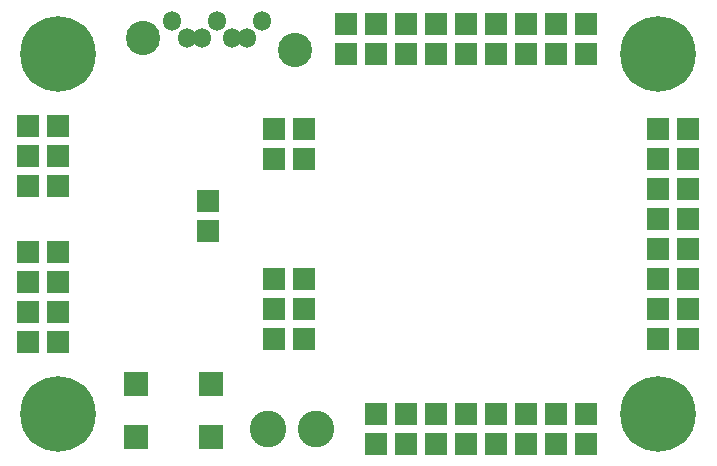
<source format=gbr>
%TF.GenerationSoftware,KiCad,Pcbnew,6.0.4-6f826c9f35~116~ubuntu20.04.1*%
%TF.CreationDate,2022-04-06T12:55:40+00:00*%
%TF.ProjectId,PROGLOG01A,50524f47-4c4f-4473-9031-412e6b696361,REV*%
%TF.SameCoordinates,Original*%
%TF.FileFunction,Soldermask,Top*%
%TF.FilePolarity,Negative*%
%FSLAX46Y46*%
G04 Gerber Fmt 4.6, Leading zero omitted, Abs format (unit mm)*
G04 Created by KiCad (PCBNEW 6.0.4-6f826c9f35~116~ubuntu20.04.1) date 2022-04-06 12:55:40*
%MOMM*%
%LPD*%
G01*
G04 APERTURE LIST*
G04 Aperture macros list*
%AMRoundRect*
0 Rectangle with rounded corners*
0 $1 Rounding radius*
0 $2 $3 $4 $5 $6 $7 $8 $9 X,Y pos of 4 corners*
0 Add a 4 corners polygon primitive as box body*
4,1,4,$2,$3,$4,$5,$6,$7,$8,$9,$2,$3,0*
0 Add four circle primitives for the rounded corners*
1,1,$1+$1,$2,$3*
1,1,$1+$1,$4,$5*
1,1,$1+$1,$6,$7*
1,1,$1+$1,$8,$9*
0 Add four rect primitives between the rounded corners*
20,1,$1+$1,$2,$3,$4,$5,0*
20,1,$1+$1,$4,$5,$6,$7,0*
20,1,$1+$1,$6,$7,$8,$9,0*
20,1,$1+$1,$8,$9,$2,$3,0*%
G04 Aperture macros list end*
%ADD10RoundRect,0.200000X-0.762000X0.762000X-0.762000X-0.762000X0.762000X-0.762000X0.762000X0.762000X0*%
%ADD11RoundRect,0.200000X-0.762000X-0.762000X0.762000X-0.762000X0.762000X0.762000X-0.762000X0.762000X0*%
%ADD12C,6.400000*%
%ADD13RoundRect,0.200000X-0.838200X-0.838200X0.838200X-0.838200X0.838200X0.838200X-0.838200X0.838200X0*%
%ADD14RoundRect,0.200000X0.762000X-0.762000X0.762000X0.762000X-0.762000X0.762000X-0.762000X-0.762000X0*%
%ADD15RoundRect,0.200000X0.762000X0.762000X-0.762000X0.762000X-0.762000X-0.762000X0.762000X-0.762000X0*%
%ADD16O,1.500000X1.700000*%
%ADD17C,2.900000*%
%ADD18C,3.100000*%
G04 APERTURE END LIST*
D10*
%TO.C,J23*%
X204470000Y-103886000D03*
X204470000Y-106426000D03*
%TD*%
%TO.C,J21*%
X199390000Y-103886000D03*
X199390000Y-106426000D03*
%TD*%
D11*
%TO.C,J1*%
X159766000Y-112522000D03*
X162306000Y-112522000D03*
X159766000Y-115062000D03*
X162306000Y-115062000D03*
X159766000Y-117602000D03*
X162306000Y-117602000D03*
%TD*%
D10*
%TO.C,J18*%
X194310000Y-103886000D03*
X194310000Y-106426000D03*
%TD*%
%TO.C,J25*%
X207010000Y-103886000D03*
X207010000Y-106426000D03*
%TD*%
D11*
%TO.C,J24*%
X213106000Y-112776000D03*
X215646000Y-112776000D03*
%TD*%
D10*
%TO.C,J16*%
X189230000Y-103886000D03*
X189230000Y-106426000D03*
%TD*%
%TO.C,J6*%
X199390000Y-136906000D03*
X199390000Y-139446000D03*
%TD*%
%TO.C,J20*%
X196850000Y-103886000D03*
X196850000Y-106426000D03*
%TD*%
D12*
%TO.C,M4*%
X162306000Y-136906000D03*
%TD*%
D11*
%TO.C,J4*%
X159766000Y-123190000D03*
X162306000Y-123190000D03*
X159766000Y-125730000D03*
X162306000Y-125730000D03*
X159766000Y-128270000D03*
X162306000Y-128270000D03*
X159766000Y-130810000D03*
X162306000Y-130810000D03*
%TD*%
D10*
%TO.C,J5*%
X201930000Y-136906000D03*
X201930000Y-139446000D03*
%TD*%
D13*
%TO.C,SW1*%
X175209600Y-134402000D03*
X168909600Y-134402000D03*
X175209600Y-138902000D03*
X168909600Y-138902000D03*
%TD*%
D11*
%TO.C,J31*%
X213106000Y-120396000D03*
X215646000Y-120396000D03*
%TD*%
%TO.C,J29*%
X213106000Y-117856000D03*
X215646000Y-117856000D03*
%TD*%
%TO.C,J27*%
X213106000Y-122936000D03*
X215646000Y-122936000D03*
%TD*%
D10*
%TO.C,J19*%
X201930000Y-103886000D03*
X201930000Y-106426000D03*
%TD*%
D11*
%TO.C,J28*%
X213106000Y-125476000D03*
X215646000Y-125476000D03*
%TD*%
%TO.C,J30*%
X213106000Y-128016000D03*
X215646000Y-128016000D03*
%TD*%
D10*
%TO.C,J7*%
X196850000Y-136906000D03*
X196850000Y-139446000D03*
%TD*%
D12*
%TO.C,M2*%
X213106000Y-106426000D03*
%TD*%
%TO.C,M1*%
X213106000Y-136906000D03*
%TD*%
D14*
%TO.C,J2*%
X175006000Y-121412000D03*
X175006000Y-118872000D03*
%TD*%
D10*
%TO.C,J34*%
X207010000Y-136906000D03*
X207010000Y-139446000D03*
%TD*%
D11*
%TO.C,J32*%
X213106000Y-130556000D03*
X215646000Y-130556000D03*
%TD*%
%TO.C,J13*%
X180594000Y-128016000D03*
X183134000Y-128016000D03*
%TD*%
D10*
%TO.C,J11*%
X189230000Y-136906000D03*
X189230000Y-139446000D03*
%TD*%
D15*
%TO.C,J14*%
X183134000Y-130556000D03*
X180594000Y-130556000D03*
%TD*%
D10*
%TO.C,J15*%
X186690000Y-103886000D03*
X186690000Y-106426000D03*
%TD*%
D11*
%TO.C,J22*%
X213106000Y-115316000D03*
X215646000Y-115316000D03*
%TD*%
D10*
%TO.C,J33*%
X204470000Y-136906000D03*
X204470000Y-139446000D03*
%TD*%
%TO.C,J17*%
X191770000Y-103886000D03*
X191770000Y-106426000D03*
%TD*%
%TO.C,J8*%
X194310000Y-136906000D03*
X194310000Y-139446000D03*
%TD*%
%TO.C,J9*%
X191770000Y-136906000D03*
X191770000Y-139446000D03*
%TD*%
D16*
%TO.C,J26*%
X171958000Y-103632000D03*
X173228000Y-105132000D03*
X174498000Y-105132000D03*
X175768000Y-103632000D03*
X177038000Y-105132000D03*
X178308000Y-105132000D03*
X179578000Y-103632000D03*
D17*
X182328000Y-106132000D03*
X169498000Y-105132000D03*
%TD*%
D12*
%TO.C,M3*%
X162306000Y-106426000D03*
%TD*%
D11*
%TO.C,J10*%
X180594000Y-125476000D03*
X183134000Y-125476000D03*
%TD*%
%TO.C,J3*%
X180594000Y-112776000D03*
X183134000Y-112776000D03*
X180594000Y-115316000D03*
X183134000Y-115316000D03*
%TD*%
D18*
%TO.C,D3*%
X180086000Y-138176000D03*
%TD*%
%TO.C,D2*%
X184150000Y-138176000D03*
%TD*%
M02*

</source>
